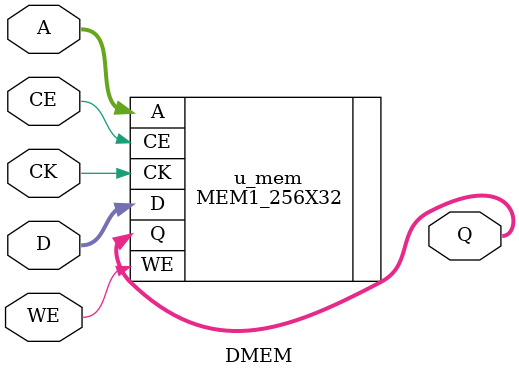
<source format=v>
module DMEM(
	input CK,
	input CE,
	input WE,
	input [7:0] A,
	input [31:0] D,
	output [31:0] Q
);

	MEM1_256X32 u_mem(
		.CK(CK),
		.CE(CE),
		.WE(WE),
		.A(A),
		.D(D),
		.Q(Q)
	);
endmodule

</source>
